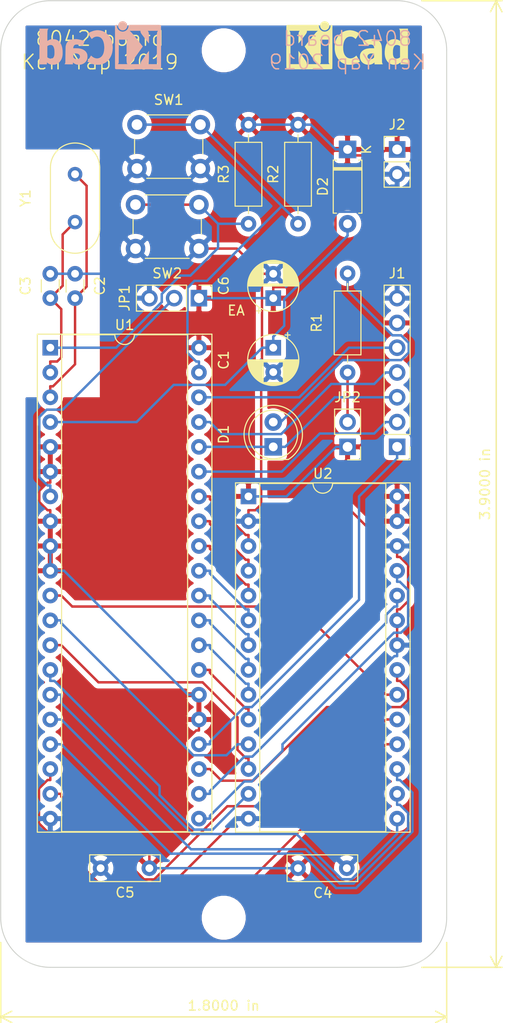
<source format=kicad_pcb>
(kicad_pcb (version 20171130) (host pcbnew 5.1.4-5.1.4)
  (title_block (title "8042 board") (date 2019-08-19))
  (layers (0 F.Cu signal) (31 B.Cu signal) (34 B.Paste user hide) (35 F.Paste user hide) (36 B.SilkS user) (37 F.SilkS user) (38 B.Mask user) (39 F.Mask user) (44 Edge.Cuts user))
  (net 0 "")
  (net 1 GND)
  (net 2 "Net-(C1-Pad1)")
  (net 3 "Net-(C2-Pad1)")
  (net 4 "Net-(C3-Pad1)")
  (net 5 +5V)
  (net 6 "Net-(D1-Pad2)")
  (net 7 "Net-(D1-Pad1)")
  (net 8 "Net-(J1-Pad2)")
  (net 9 "Net-(J1-Pad1)")
  (net 10 "Net-(JP1-Pad2)")
  (net 11 "Net-(R2-Pad2)")
  (net 12 "Net-(R3-Pad2)")
  (net 13 /D7)
  (net 14 /D6)
  (net 15 /D5)
  (net 16 /D4)
  (net 17 /D3)
  (net 18 /A7)
  (net 19 /D2)
  (net 20 /A6)
  (net 21 /D1)
  (net 22 /A5)
  (net 23 /D0)
  (net 24 /A4)
  (net 25 "Net-(U1-Pad11)")
  (net 26 /A3)
  (net 27 /A2)
  (net 28 /A1)
  (net 29 /A0)
  (net 30 /A10)
  (net 31 /A9)
  (net 32 /A8)
  (net 33 "Net-(J1-Pad5)")
  (net 34 "Net-(J1-Pad4)")
  (net 35 "Net-(JP2-Pad2)")
  (module Symbol:KiCad-Logo_5mm_SilkScreen (layer B.Cu) (at 147.32 22.86 180)
    (fp_text reference REF** hide)
    (fp_text value KiCad-Logo_5mm_SilkScreen hide)
  )
  (module Package_DIP:DIP-28_W15.24mm_Socket (layer F.Cu) (at 162.56 68.58)
    (fp_text reference U2 (at 7.62 -2.33) (layer F.SilkS))
    (fp_text value 27128)
    (pad 28 thru_hole oval (at 15.24 0) (size 1.6 1.6) (drill 0.8) (layers *.Cu *.Mask) (net 5 +5V))
    (pad 14 thru_hole oval (at 0 33.02) (size 1.6 1.6) (drill 0.8) (layers *.Cu *.Mask) (net 1 GND))
    (pad 27 thru_hole oval (at 15.24 2.54) (size 1.6 1.6) (drill 0.8) (layers *.Cu *.Mask) (net 5 +5V))
    (pad 13 thru_hole oval (at 0 30.48) (size 1.6 1.6) (drill 0.8) (layers *.Cu *.Mask) (net 19 /D2))
    (pad 26 thru_hole oval (at 15.24 5.08) (size 1.6 1.6) (drill 0.8) (layers *.Cu *.Mask) (net 1 GND))
    (pad 12 thru_hole oval (at 0 27.94) (size 1.6 1.6) (drill 0.8) (layers *.Cu *.Mask) (net 21 /D1))
    (pad 25 thru_hole oval (at 15.24 7.62) (size 1.6 1.6) (drill 0.8) (layers *.Cu *.Mask) (net 32 /A8))
    (pad 11 thru_hole oval (at 0 25.4) (size 1.6 1.6) (drill 0.8) (layers *.Cu *.Mask) (net 23 /D0))
    (pad 24 thru_hole oval (at 15.24 10.16) (size 1.6 1.6) (drill 0.8) (layers *.Cu *.Mask) (net 31 /A9))
    (pad 10 thru_hole oval (at 0 22.86) (size 1.6 1.6) (drill 0.8) (layers *.Cu *.Mask) (net 29 /A0))
    (pad 23 thru_hole oval (at 15.24 12.7) (size 1.6 1.6) (drill 0.8) (layers *.Cu *.Mask) (net 1 GND))
    (pad 9 thru_hole oval (at 0 20.32) (size 1.6 1.6) (drill 0.8) (layers *.Cu *.Mask) (net 28 /A1))
    (pad 22 thru_hole oval (at 15.24 15.24) (size 1.6 1.6) (drill 0.8) (layers *.Cu *.Mask) (net 1 GND))
    (pad 8 thru_hole oval (at 0 17.78) (size 1.6 1.6) (drill 0.8) (layers *.Cu *.Mask) (net 27 /A2))
    (pad 21 thru_hole oval (at 15.24 17.78) (size 1.6 1.6) (drill 0.8) (layers *.Cu *.Mask) (net 30 /A10))
    (pad 7 thru_hole oval (at 0 15.24) (size 1.6 1.6) (drill 0.8) (layers *.Cu *.Mask) (net 26 /A3))
    (pad 20 thru_hole oval (at 15.24 20.32) (size 1.6 1.6) (drill 0.8) (layers *.Cu *.Mask) (net 25 "Net-(U1-Pad11)"))
    (pad 6 thru_hole oval (at 0 12.7) (size 1.6 1.6) (drill 0.8) (layers *.Cu *.Mask) (net 24 /A4))
    (pad 19 thru_hole oval (at 15.24 22.86) (size 1.6 1.6) (drill 0.8) (layers *.Cu *.Mask) (net 13 /D7))
    (pad 5 thru_hole oval (at 0 10.16) (size 1.6 1.6) (drill 0.8) (layers *.Cu *.Mask) (net 22 /A5))
    (pad 18 thru_hole oval (at 15.24 25.4) (size 1.6 1.6) (drill 0.8) (layers *.Cu *.Mask) (net 14 /D6))
    (pad 4 thru_hole oval (at 0 7.62) (size 1.6 1.6) (drill 0.8) (layers *.Cu *.Mask) (net 20 /A6))
    (pad 17 thru_hole oval (at 15.24 27.94) (size 1.6 1.6) (drill 0.8) (layers *.Cu *.Mask) (net 15 /D5))
    (pad 3 thru_hole oval (at 0 5.08) (size 1.6 1.6) (drill 0.8) (layers *.Cu *.Mask) (net 18 /A7))
    (pad 16 thru_hole oval (at 15.24 30.48) (size 1.6 1.6) (drill 0.8) (layers *.Cu *.Mask) (net 16 /D4))
    (pad 2 thru_hole oval (at 0 2.54) (size 1.6 1.6) (drill 0.8) (layers *.Cu *.Mask) (net 1 GND))
    (pad 15 thru_hole oval (at 15.24 33.02) (size 1.6 1.6) (drill 0.8) (layers *.Cu *.Mask) (net 17 /D3))
    (pad 1 thru_hole rect (at 0 0) (size 1.6 1.6) (drill 0.8) (layers *.Cu *.Mask) (net 5 +5V))
  )
  (module Package_DIP:DIP-40_W15.24mm_Socket (layer F.Cu) (at 142.24 53.34)
    (fp_text reference U1 (at 7.62 -2.33) (layer F.SilkS))
    (fp_text value 8042)
    (pad 40 thru_hole oval (at 15.24 0) (size 1.6 1.6) (drill 0.8) (layers *.Cu *.Mask) (net 5 +5V))
    (pad 20 thru_hole oval (at 0 48.26) (size 1.6 1.6) (drill 0.8) (layers *.Cu *.Mask) (net 1 GND))
    (pad 39 thru_hole oval (at 15.24 2.54) (size 1.6 1.6) (drill 0.8) (layers *.Cu *.Mask) (net 11 "Net-(R2-Pad2)"))
    (pad 19 thru_hole oval (at 0 45.72) (size 1.6 1.6) (drill 0.8) (layers *.Cu *.Mask) (net 13 /D7))
    (pad 38 thru_hole oval (at 15.24 5.08) (size 1.6 1.6) (drill 0.8) (layers *.Cu *.Mask) (net 33 "Net-(J1-Pad5)"))
    (pad 18 thru_hole oval (at 0 43.18) (size 1.6 1.6) (drill 0.8) (layers *.Cu *.Mask) (net 14 /D6))
    (pad 37 thru_hole oval (at 15.24 7.62) (size 1.6 1.6) (drill 0.8) (layers *.Cu *.Mask) (net 34 "Net-(J1-Pad4)"))
    (pad 17 thru_hole oval (at 0 40.64) (size 1.6 1.6) (drill 0.8) (layers *.Cu *.Mask) (net 15 /D5))
    (pad 36 thru_hole oval (at 15.24 10.16) (size 1.6 1.6) (drill 0.8) (layers *.Cu *.Mask) (net 7 "Net-(D1-Pad1)"))
    (pad 16 thru_hole oval (at 0 38.1) (size 1.6 1.6) (drill 0.8) (layers *.Cu *.Mask) (net 16 /D4))
    (pad 35 thru_hole oval (at 15.24 12.7) (size 1.6 1.6) (drill 0.8) (layers *.Cu *.Mask) (net 8 "Net-(J1-Pad2)"))
    (pad 15 thru_hole oval (at 0 35.56) (size 1.6 1.6) (drill 0.8) (layers *.Cu *.Mask) (net 17 /D3))
    (pad 34 thru_hole oval (at 15.24 15.24) (size 1.6 1.6) (drill 0.8) (layers *.Cu *.Mask) (net 18 /A7))
    (pad 14 thru_hole oval (at 0 33.02) (size 1.6 1.6) (drill 0.8) (layers *.Cu *.Mask) (net 19 /D2))
    (pad 33 thru_hole oval (at 15.24 17.78) (size 1.6 1.6) (drill 0.8) (layers *.Cu *.Mask) (net 20 /A6))
    (pad 13 thru_hole oval (at 0 30.48) (size 1.6 1.6) (drill 0.8) (layers *.Cu *.Mask) (net 21 /D1))
    (pad 32 thru_hole oval (at 15.24 20.32) (size 1.6 1.6) (drill 0.8) (layers *.Cu *.Mask) (net 22 /A5))
    (pad 12 thru_hole oval (at 0 27.94) (size 1.6 1.6) (drill 0.8) (layers *.Cu *.Mask) (net 23 /D0))
    (pad 31 thru_hole oval (at 15.24 22.86) (size 1.6 1.6) (drill 0.8) (layers *.Cu *.Mask) (net 24 /A4))
    (pad 11 thru_hole oval (at 0 25.4) (size 1.6 1.6) (drill 0.8) (layers *.Cu *.Mask) (net 25 "Net-(U1-Pad11)"))
    (pad 30 thru_hole oval (at 15.24 25.4) (size 1.6 1.6) (drill 0.8) (layers *.Cu *.Mask) (net 26 /A3))
    (pad 10 thru_hole oval (at 0 22.86) (size 1.6 1.6) (drill 0.8) (layers *.Cu *.Mask) (net 5 +5V))
    (pad 29 thru_hole oval (at 15.24 27.94) (size 1.6 1.6) (drill 0.8) (layers *.Cu *.Mask) (net 27 /A2))
    (pad 9 thru_hole oval (at 0 20.32) (size 1.6 1.6) (drill 0.8) (layers *.Cu *.Mask) (net 5 +5V))
    (pad 28 thru_hole oval (at 15.24 30.48) (size 1.6 1.6) (drill 0.8) (layers *.Cu *.Mask) (net 28 /A1))
    (pad 8 thru_hole oval (at 0 17.78) (size 1.6 1.6) (drill 0.8) (layers *.Cu *.Mask) (net 5 +5V))
    (pad 27 thru_hole oval (at 15.24 33.02) (size 1.6 1.6) (drill 0.8) (layers *.Cu *.Mask) (net 29 /A0))
    (pad 7 thru_hole oval (at 0 15.24) (size 1.6 1.6) (drill 0.8) (layers *.Cu *.Mask) (net 10 "Net-(JP1-Pad2)"))
    (pad 26 thru_hole oval (at 15.24 35.56) (size 1.6 1.6) (drill 0.8) (layers *.Cu *.Mask) (net 5 +5V))
    (pad 6 thru_hole oval (at 0 12.7) (size 1.6 1.6) (drill 0.8) (layers *.Cu *.Mask) (net 5 +5V))
    (pad 25 thru_hole oval (at 15.24 38.1) (size 1.6 1.6) (drill 0.8) (layers *.Cu *.Mask) (net 5 +5V))
    (pad 5 thru_hole oval (at 0 10.16) (size 1.6 1.6) (drill 0.8) (layers *.Cu *.Mask) (net 5 +5V))
    (pad 24 thru_hole oval (at 15.24 40.64) (size 1.6 1.6) (drill 0.8) (layers *.Cu *.Mask) (net 9 "Net-(J1-Pad1)"))
    (pad 4 thru_hole oval (at 0 7.62) (size 1.6 1.6) (drill 0.8) (layers *.Cu *.Mask) (net 2 "Net-(C1-Pad1)"))
    (pad 23 thru_hole oval (at 15.24 43.18) (size 1.6 1.6) (drill 0.8) (layers *.Cu *.Mask) (net 30 /A10))
    (pad 3 thru_hole oval (at 0 5.08) (size 1.6 1.6) (drill 0.8) (layers *.Cu *.Mask) (net 3 "Net-(C2-Pad1)"))
    (pad 22 thru_hole oval (at 15.24 45.72) (size 1.6 1.6) (drill 0.8) (layers *.Cu *.Mask) (net 31 /A9))
    (pad 2 thru_hole oval (at 0 2.54) (size 1.6 1.6) (drill 0.8) (layers *.Cu *.Mask) (net 4 "Net-(C3-Pad1)"))
    (pad 21 thru_hole oval (at 15.24 48.26) (size 1.6 1.6) (drill 0.8) (layers *.Cu *.Mask) (net 32 /A8))
    (pad 1 thru_hole rect (at 0 0) (size 1.6 1.6) (drill 0.8) (layers *.Cu *.Mask) (net 12 "Net-(R3-Pad2)"))
  )
  (module Connector_PinHeader_2.54mm:PinHeader_1x02_P2.54mm_Vertical (layer F.Cu) (at 172.72 63.5 180)
    (fp_text reference JP2 (at 0 5.08) (layer F.SilkS))
    (fp_text value LED)
    (pad 2 thru_hole oval (at 0 2.54 180) (size 1.7 1.7) (drill 1) (layers *.Cu *.Mask) (net 35 "Net-(JP2-Pad2)"))
    (pad 1 thru_hole rect (at 0 0 180) (size 1.7 1.7) (drill 1) (layers *.Cu *.Mask) (net 5 +5V))
  )
  (module Symbol:KiCad-Logo_5mm_SilkScreen (layer F.Cu) (at 172.72 22.86)
    (fp_text reference REF** hide)
    (fp_text value KiCad-Logo_5mm_SilkScreen hide)
  )
  (module Crystal:Crystal_HC18-U_Vertical (layer F.Cu) (at 144.78 35.56 270)
    (fp_text reference Y1 (at 2.45 5.08 90) (layer F.SilkS))
    (fp_text value 6/12MHz)
    (pad 2 thru_hole circle (at 4.9 0 270) (size 1.5 1.5) (drill 0.8) (layers *.Cu *.Mask) (net 4 "Net-(C3-Pad1)"))
    (pad 1 thru_hole circle (at 0 0 270) (size 1.5 1.5) (drill 0.8) (layers *.Cu *.Mask) (net 3 "Net-(C2-Pad1)"))
  )
  (module MountingHole:MountingHole_3.5mm (layer F.Cu) (at 160.02 111.76)
    (fp_text reference H2 hide)
    (fp_text value MountingHole)
    (pad 1 np_thru_hole circle (at 0 0) (size 3.5 3.5) (drill 3.5) (layers *.Cu *.Mask))
  )
  (module MountingHole:MountingHole_3.5mm (layer F.Cu) (at 160.02 22.86)
    (fp_text reference H1 hide)
    (fp_text value MountingHole)
    (pad 1 np_thru_hole circle (at 0 0) (size 3.5 3.5) (drill 3.5) (layers *.Cu *.Mask))
  )
  (module Connector_PinHeader_2.54mm:PinHeader_1x02_P2.54mm_Vertical (layer F.Cu) (at 177.8 33.02)
    (fp_text reference J2 (at 0 -2.54) (layer F.SilkS))
    (fp_text value Power)
    (pad 2 thru_hole oval (at 0 2.54) (size 1.7 1.7) (drill 1) (layers *.Cu *.Mask) (net 1 GND))
    (pad 1 thru_hole rect (at 0 0) (size 1.7 1.7) (drill 1) (layers *.Cu *.Mask) (net 5 +5V))
  )
  (module Connector_PinHeader_2.54mm:PinHeader_1x07_P2.54mm_Vertical (layer F.Cu) (at 177.8 63.5 180)
    (fp_text reference J1 (at 0 17.78) (layer F.SilkS))
    (fp_text value "To TM1637 display")
    (pad 7 thru_hole oval (at 0 15.24 180) (size 1.7 1.7) (drill 1) (layers *.Cu *.Mask) (net 1 GND))
    (pad 6 thru_hole oval (at 0 12.7 180) (size 1.7 1.7) (drill 1) (layers *.Cu *.Mask) (net 5 +5V))
    (pad 5 thru_hole oval (at 0 10.16 180) (size 1.7 1.7) (drill 1) (layers *.Cu *.Mask) (net 33 "Net-(J1-Pad5)"))
    (pad 4 thru_hole oval (at 0 7.62 180) (size 1.7 1.7) (drill 1) (layers *.Cu *.Mask) (net 34 "Net-(J1-Pad4)"))
    (pad 3 thru_hole oval (at 0 5.08 180) (size 1.7 1.7) (drill 1) (layers *.Cu *.Mask) (net 7 "Net-(D1-Pad1)"))
    (pad 2 thru_hole oval (at 0 2.54 180) (size 1.7 1.7) (drill 1) (layers *.Cu *.Mask) (net 8 "Net-(J1-Pad2)"))
    (pad 1 thru_hole rect (at 0 0 180) (size 1.7 1.7) (drill 1) (layers *.Cu *.Mask) (net 9 "Net-(J1-Pad1)"))
  )
  (module Capacitor_THT:CP_Radial_D5.0mm_P2.50mm (layer F.Cu) (at 165.1 48.26 90)
    (fp_text reference C6 (at 1.27 -5.08 90) (layer F.SilkS))
    (fp_text value 10uF)
    (pad 2 thru_hole circle (at 2.5 0 90) (size 1.6 1.6) (drill 0.8) (layers *.Cu *.Mask) (net 1 GND))
    (pad 1 thru_hole rect (at 0 0 90) (size 1.6 1.6) (drill 0.8) (layers *.Cu *.Mask) (net 5 +5V))
  )
  (module Button_Switch_THT:SW_PUSH_6mm_H4.3mm (layer F.Cu) (at 157.48 43.18 180)
    (fp_text reference SW2 (at 3.25 -2.54) (layer F.SilkS))
    (fp_text value Min)
    (pad 1 thru_hole circle (at 6.5 0 270) (size 2 2) (drill 1.1) (layers *.Cu *.Mask) (net 1 GND))
    (pad 2 thru_hole circle (at 6.5 4.5 270) (size 2 2) (drill 1.1) (layers *.Cu *.Mask) (net 12 "Net-(R3-Pad2)"))
    (pad 1 thru_hole circle (at 0 0 270) (size 2 2) (drill 1.1) (layers *.Cu *.Mask) (net 1 GND))
    (pad 2 thru_hole circle (at 0 4.5 270) (size 2 2) (drill 1.1) (layers *.Cu *.Mask) (net 12 "Net-(R3-Pad2)"))
  )
  (module Button_Switch_THT:SW_PUSH_6mm_H4.3mm (layer F.Cu) (at 151.13 30.48)
    (fp_text reference SW1 (at 3.25 -2.54) (layer F.SilkS))
    (fp_text value Hour)
    (pad 1 thru_hole circle (at 6.5 0 90) (size 2 2) (drill 1.1) (layers *.Cu *.Mask) (net 11 "Net-(R2-Pad2)"))
    (pad 2 thru_hole circle (at 6.5 4.5 90) (size 2 2) (drill 1.1) (layers *.Cu *.Mask) (net 1 GND))
    (pad 1 thru_hole circle (at 0 0 90) (size 2 2) (drill 1.1) (layers *.Cu *.Mask) (net 11 "Net-(R2-Pad2)"))
    (pad 2 thru_hole circle (at 0 4.5 90) (size 2 2) (drill 1.1) (layers *.Cu *.Mask) (net 1 GND))
  )
  (module Resistor_THT:R_Axial_DIN0207_L6.3mm_D2.5mm_P10.16mm_Horizontal (layer F.Cu) (at 162.56 30.48 270)
    (fp_text reference R3 (at 5.08 2.54 90) (layer F.SilkS))
    (fp_text value 22k)
    (pad 2 thru_hole oval (at 10.16 0 270) (size 1.6 1.6) (drill 0.8) (layers *.Cu *.Mask) (net 12 "Net-(R3-Pad2)"))
    (pad 1 thru_hole circle (at 0 0 270) (size 1.6 1.6) (drill 0.8) (layers *.Cu *.Mask) (net 5 +5V))
  )
  (module Resistor_THT:R_Axial_DIN0207_L6.3mm_D2.5mm_P10.16mm_Horizontal (layer F.Cu) (at 167.64 30.48 270)
    (fp_text reference R2 (at 5.08 2.54 90) (layer F.SilkS))
    (fp_text value 22k)
    (pad 2 thru_hole oval (at 10.16 0 270) (size 1.6 1.6) (drill 0.8) (layers *.Cu *.Mask) (net 11 "Net-(R2-Pad2)"))
    (pad 1 thru_hole circle (at 0 0 270) (size 1.6 1.6) (drill 0.8) (layers *.Cu *.Mask) (net 5 +5V))
  )
  (module Resistor_THT:R_Axial_DIN0207_L6.3mm_D2.5mm_P10.16mm_Horizontal (layer F.Cu) (at 172.72 55.88 90)
    (fp_text reference R1 (at 5.08 -3.175 90) (layer F.SilkS))
    (fp_text value 1k)
    (pad 2 thru_hole oval (at 10.16 0 90) (size 1.6 1.6) (drill 0.8) (layers *.Cu *.Mask) (net 6 "Net-(D1-Pad2)"))
    (pad 1 thru_hole circle (at 0 0 90) (size 1.6 1.6) (drill 0.8) (layers *.Cu *.Mask) (net 35 "Net-(JP2-Pad2)"))
  )
  (module Connector_PinHeader_2.54mm:PinHeader_1x03_P2.54mm_Vertical (layer F.Cu) (at 157.48 48.26 270)
    (fp_text reference JP1 (at 0 7.62 90) (layer F.SilkS))
    (fp_text value ROM)
    (pad 3 thru_hole oval (at 0 5.08 270) (size 1.7 1.7) (drill 1) (layers *.Cu *.Mask) (net 1 GND))
    (pad 2 thru_hole oval (at 0 2.54 270) (size 1.7 1.7) (drill 1) (layers *.Cu *.Mask) (net 10 "Net-(JP1-Pad2)"))
    (pad 1 thru_hole rect (at 0 0 270) (size 1.7 1.7) (drill 1) (layers *.Cu *.Mask) (net 5 +5V))
  )
  (module Diode_THT:D_A-405_P7.62mm_Horizontal (layer F.Cu) (at 172.72 33.02 270)
    (fp_text reference D2 (at 3.81 2.54 90) (layer F.SilkS))
    (fp_text value 1N4148)
    (fp_text user K (at 0 -1.9 90) (layer F.SilkS))
    (pad 2 thru_hole oval (at 7.62 0 270) (size 1.8 1.8) (drill 0.9) (layers *.Cu *.Mask) (net 2 "Net-(C1-Pad1)"))
    (pad 1 thru_hole rect (at 0 0 270) (size 1.8 1.8) (drill 0.9) (layers *.Cu *.Mask) (net 5 +5V))
  )
  (module LED_THT:LED_D5.0mm (layer F.Cu) (at 165.1 63.5 90)
    (fp_text reference D1 (at 1.27 -5.08 90) (layer F.SilkS))
    (fp_text value Blink)
    (pad 2 thru_hole circle (at 2.54 0 90) (size 1.8 1.8) (drill 0.9) (layers *.Cu *.Mask) (net 6 "Net-(D1-Pad2)"))
    (pad 1 thru_hole rect (at 0 0 90) (size 1.8 1.8) (drill 0.9) (layers *.Cu *.Mask) (net 7 "Net-(D1-Pad1)"))
  )
  (module Capacitor_THT:C_Rect_L7.0mm_W2.5mm_P5.00mm (layer F.Cu) (at 152.4 106.68 180)
    (fp_text reference C5 (at 2.5 -2.5) (layer F.SilkS))
    (fp_text value 0.1uF)
    (pad 2 thru_hole circle (at 5 0 180) (size 1.6 1.6) (drill 0.8) (layers *.Cu *.Mask) (net 1 GND))
    (pad 1 thru_hole circle (at 0 0 180) (size 1.6 1.6) (drill 0.8) (layers *.Cu *.Mask) (net 5 +5V))
  )
  (module Capacitor_THT:C_Rect_L7.0mm_W2.5mm_P5.00mm (layer F.Cu) (at 167.64 106.68)
    (fp_text reference C4 (at 2.54 2.54) (layer F.SilkS))
    (fp_text value 0.1uF)
    (pad 2 thru_hole circle (at 5 0) (size 1.6 1.6) (drill 0.8) (layers *.Cu *.Mask) (net 1 GND))
    (pad 1 thru_hole circle (at 0 0) (size 1.6 1.6) (drill 0.8) (layers *.Cu *.Mask) (net 5 +5V))
  )
  (module Capacitor_THT:C_Disc_D3.0mm_W1.6mm_P2.50mm (layer F.Cu) (at 142.24 48.26 90)
    (fp_text reference C3 (at 1.25 -2.54 90) (layer F.SilkS))
    (fp_text value 22pF)
    (pad 2 thru_hole circle (at 2.5 0 90) (size 1.6 1.6) (drill 0.8) (layers *.Cu *.Mask) (net 1 GND))
    (pad 1 thru_hole circle (at 0 0 90) (size 1.6 1.6) (drill 0.8) (layers *.Cu *.Mask) (net 4 "Net-(C3-Pad1)"))
  )
  (module Capacitor_THT:C_Disc_D3.0mm_W1.6mm_P2.50mm (layer F.Cu) (at 144.78 48.26 90)
    (fp_text reference C2 (at 1.25 2.54 90) (layer F.SilkS))
    (fp_text value 22pF)
    (pad 2 thru_hole circle (at 2.5 0 90) (size 1.6 1.6) (drill 0.8) (layers *.Cu *.Mask) (net 1 GND))
    (pad 1 thru_hole circle (at 0 0 90) (size 1.6 1.6) (drill 0.8) (layers *.Cu *.Mask) (net 3 "Net-(C2-Pad1)"))
  )
  (module Capacitor_THT:CP_Radial_D5.0mm_P2.50mm (layer F.Cu) (at 165.1 53.34 270)
    (fp_text reference C1 (at 1.27 5.08 90) (layer F.SilkS))
    (fp_text value 1uF)
    (pad 2 thru_hole circle (at 2.5 0 270) (size 1.6 1.6) (drill 0.8) (layers *.Cu *.Mask) (net 1 GND))
    (pad 1 thru_hole rect (at 0 0 270) (size 1.6 1.6) (drill 0.8) (layers *.Cu *.Mask) (net 2 "Net-(C1-Pad1)"))
  )
  (gr_text "8042 board\nKen Yap 2019" (at 172.72 22.86) (layer B.SilkS) (effects (font (size 1.5 1.5)) (justify mirror)))
  (gr_text EA (at 161.29 49.53) (layer F.SilkS) (effects (font (size 1 1))))
  (dimension 45.72 (width 0.15) (layer F.SilkS) (gr_text "45.720 mm" (at 160.02 123.22) (layer F.SilkS) (effects (font (size 1 1) (thickness 0.15)))) (feature1 (pts (xy 182.88 114.3) (xy 182.88 122.506421))) (feature2 (pts (xy 137.16 114.3) (xy 137.16 122.506421))) (crossbar (pts (xy 137.16 121.92) (xy 182.88 121.92))) (arrow1a (pts (xy 182.88 121.92) (xy 181.753496 122.506421))) (arrow1b (pts (xy 182.88 121.92) (xy 181.753496 121.333579))) (arrow2a (pts (xy 137.16 121.92) (xy 138.286504 122.506421))) (arrow2b (pts (xy 137.16 121.92) (xy 138.286504 121.333579))))
  (dimension 99.06 (width 0.15) (layer F.SilkS) (gr_text "99.060 mm" (at 189.26 67.31 270) (layer F.SilkS) (effects (font (size 1 1) (thickness 0.15)))) (feature1 (pts (xy 180.34 116.84) (xy 188.546421 116.84))) (feature2 (pts (xy 180.34 17.78) (xy 188.546421 17.78))) (crossbar (pts (xy 187.96 17.78) (xy 187.96 116.84))) (arrow1a (pts (xy 187.96 116.84) (xy 187.373579 115.713496))) (arrow1b (pts (xy 187.96 116.84) (xy 188.546421 115.713496))) (arrow2a (pts (xy 187.96 17.78) (xy 187.373579 18.906504))) (arrow2b (pts (xy 187.96 17.78) (xy 188.546421 18.906504))))
  (gr_text "8042 board\nKen Yap 2019" (at 147.32 22.86) (layer F.SilkS) (effects (font (size 1.5 1.5))))
  (gr_line (start 177.8 17.78) (end 142.24 17.78) (layer Edge.Cuts) (width 0.1))
  (gr_line (start 182.88 111.76) (end 182.88 22.86) (layer Edge.Cuts) (width 0.1))
  (gr_line (start 142.24 116.84) (end 177.8 116.84) (layer Edge.Cuts) (width 0.1))
  (gr_line (start 137.16 22.86) (end 137.16 111.76) (layer Edge.Cuts) (width 0.1))
  (gr_arc (start 142.24 111.76) (end 137.16 111.76) (angle -90) (layer Edge.Cuts) (width 0.1))
  (gr_arc (start 177.8 111.76) (end 177.8 116.84) (angle -90) (layer Edge.Cuts) (width 0.1))
  (gr_arc (start 142.24 22.86) (end 142.24 17.78) (angle -90) (layer Edge.Cuts) (width 0.1))
  (gr_arc (start 177.8 22.86) (end 182.88 22.86) (angle -90) (layer Edge.Cuts) (width 0.1))
  (segment (start 161.4347 101.6) (end 154.7539 108.2808) (width 0.25) (layer F.Cu) (net 1))
  (segment (start 154.7539 108.2808) (end 149.0008 108.2808) (width 0.25) (layer F.Cu) (net 1))
  (segment (start 149.0008 108.2808) (end 147.4 106.68) (width 0.25) (layer F.Cu) (net 1))
  (segment (start 148.7247 45.76) (end 151.2247 48.26) (width 0.25) (layer B.Cu) (net 1))
  (segment (start 144.78 45.76) (end 148.7247 45.76) (width 0.25) (layer B.Cu) (net 1))
  (segment (start 148.7247 45.76) (end 148.7247 45.4353) (width 0.25) (layer B.Cu) (net 1))
  (segment (start 148.7247 45.4353) (end 150.98 43.18) (width 0.25) (layer B.Cu) (net 1))
  (segment (start 152.4 48.26) (end 151.2247 48.26) (width 0.25) (layer B.Cu) (net 1))
  (segment (start 142.24 45.76) (end 144.78 45.76) (width 0.25) (layer B.Cu) (net 1))
  (segment (start 177.8 83.82) (end 177.8 84.9453) (width 0.25) (layer B.Cu) (net 1))
  (segment (start 167.56 101.6) (end 162.56 101.6) (width 0.25) (layer B.Cu) (net 1))
  (segment (start 172.64 106.68) (end 167.56 101.6) (width 0.25) (layer B.Cu) (net 1))
  (segment (start 177.8 84.9453) (end 177.5187 84.9453) (width 0.25) (layer B.Cu) (net 1))
  (segment (start 177.5187 84.9453) (end 167.56 94.904) (width 0.25) (layer B.Cu) (net 1))
  (segment (start 167.56 94.904) (end 167.56 101.6) (width 0.25) (layer B.Cu) (net 1))
  (segment (start 163.945 45.76) (end 165.1 45.76) (width 0.25) (layer F.Cu) (net 1))
  (segment (start 157.48 43.18) (end 161.365 43.18) (width 0.25) (layer F.Cu) (net 1))
  (segment (start 161.365 43.18) (end 163.945 45.76) (width 0.25) (layer F.Cu) (net 1))
  (segment (start 163.945 45.76) (end 163.945 54.685) (width 0.25) (layer F.Cu) (net 1))
  (segment (start 163.945 54.685) (end 165.1 55.84) (width 0.25) (layer F.Cu) (net 1))
  (segment (start 163.8621 69.396) (end 163.8621 57.0779) (width 0.25) (layer F.Cu) (net 1))
  (segment (start 163.8621 57.0779) (end 165.1 55.84) (width 0.25) (layer F.Cu) (net 1))
  (segment (start 162.56 69.9947) (end 163.2634 69.9947) (width 0.25) (layer F.Cu) (net 1))
  (segment (start 163.2634 69.9947) (end 163.8621 69.396) (width 0.25) (layer F.Cu) (net 1))
  (segment (start 163.8621 69.396) (end 172.4107 69.396) (width 0.25) (layer F.Cu) (net 1))
  (segment (start 172.4107 69.396) (end 176.6747 73.66) (width 0.25) (layer F.Cu) (net 1))
  (segment (start 177.8 73.66) (end 176.6747 73.66) (width 0.25) (layer F.Cu) (net 1))
  (segment (start 177.8 81.28) (end 177.8 80.1547) (width 0.25) (layer F.Cu) (net 1))
  (segment (start 177.8 80.1547) (end 178.0814 80.1547) (width 0.25) (layer F.Cu) (net 1))
  (segment (start 178.0814 80.1547) (end 178.9253 79.3108) (width 0.25) (layer F.Cu) (net 1))
  (segment (start 178.9253 79.3108) (end 178.9253 75.6292) (width 0.25) (layer F.Cu) (net 1))
  (segment (start 178.9253 75.6292) (end 178.0814 74.7853) (width 0.25) (layer F.Cu) (net 1))
  (segment (start 178.0814 74.7853) (end 177.8 74.7853) (width 0.25) (layer F.Cu) (net 1))
  (segment (start 177.8 83.82) (end 177.8 81.28) (width 0.25) (layer F.Cu) (net 1))
  (segment (start 177.8 73.66) (end 177.8 74.7853) (width 0.25) (layer F.Cu) (net 1))
  (segment (start 162.56 71.12) (end 162.56 69.9947) (width 0.25) (layer F.Cu) (net 1))
  (segment (start 162.56 101.6) (end 161.4347 101.6) (width 0.25) (layer F.Cu) (net 1))
  (segment (start 177.8 35.56) (end 177.8 36.7353) (width 0.25) (layer B.Cu) (net 1))
  (segment (start 174.5101 39.4051) (end 174.5101 43.7948) (width 0.25) (layer B.Cu) (net 1))
  (segment (start 174.5101 43.7948) (end 177.8 47.0847) (width 0.25) (layer B.Cu) (net 1))
  (segment (start 177.8 36.7353) (end 177.1799 36.7353) (width 0.25) (layer B.Cu) (net 1))
  (segment (start 177.1799 36.7353) (end 174.5101 39.4051) (width 0.25) (layer B.Cu) (net 1))
  (segment (start 165.1 45.76) (end 171.4549 39.4051) (width 0.25) (layer B.Cu) (net 1))
  (segment (start 171.4549 39.4051) (end 174.5101 39.4051) (width 0.25) (layer B.Cu) (net 1))
  (segment (start 177.8 48.26) (end 177.8 47.0847) (width 0.25) (layer B.Cu) (net 1))
  (segment (start 152.3363 36.1863) (end 151.13 34.98) (width 0.25) (layer B.Cu) (net 1))
  (segment (start 152.3363 41.8237) (end 152.3363 36.1863) (width 0.25) (layer B.Cu) (net 1))
  (segment (start 152.3363 36.1863) (end 156.4237 36.1863) (width 0.25) (layer B.Cu) (net 1))
  (segment (start 156.4237 36.1863) (end 157.63 34.98) (width 0.25) (layer B.Cu) (net 1))
  (segment (start 152.3363 41.8237) (end 156.1237 41.8237) (width 0.25) (layer B.Cu) (net 1))
  (segment (start 156.1237 41.8237) (end 157.48 43.18) (width 0.25) (layer B.Cu) (net 1))
  (segment (start 150.98 43.18) (end 152.3363 41.8237) (width 0.25) (layer B.Cu) (net 1))
  (segment (start 142.24 101.6) (end 143.3653 101.6) (width 0.25) (layer B.Cu) (net 1))
  (segment (start 147.4 106.68) (end 143.3653 102.6453) (width 0.25) (layer B.Cu) (net 1))
  (segment (start 143.3653 102.6453) (end 143.3653 101.6) (width 0.25) (layer B.Cu) (net 1))
  (segment (start 165.1 53.34) (end 163.9747 53.34) (width 0.25) (layer B.Cu) (net 2))
  (segment (start 163.9747 53.34) (end 160.1647 57.15) (width 0.25) (layer B.Cu) (net 2))
  (segment (start 160.1647 57.15) (end 154.8948 57.15) (width 0.25) (layer B.Cu) (net 2))
  (segment (start 154.8948 57.15) (end 151.0848 60.96) (width 0.25) (layer B.Cu) (net 2))
  (segment (start 151.0848 60.96) (end 142.24 60.96) (width 0.25) (layer B.Cu) (net 2))
  (segment (start 165.1 53.34) (end 165.1 52.2147) (width 0.25) (layer B.Cu) (net 2))
  (segment (start 172.72 40.64) (end 172.72 41.8653) (width 0.25) (layer B.Cu) (net 2))
  (segment (start 172.72 41.8653) (end 166.2253 48.36) (width 0.25) (layer B.Cu) (net 2))
  (segment (start 166.2253 48.36) (end 166.2253 51.0894) (width 0.25) (layer B.Cu) (net 2))
  (segment (start 166.2253 51.0894) (end 165.1 52.2147) (width 0.25) (layer B.Cu) (net 2))
  (segment (start 144.78 48.26) (end 144.78 55.036) (width 0.25) (layer F.Cu) (net 3))
  (segment (start 144.78 55.036) (end 142.5213 57.2947) (width 0.25) (layer F.Cu) (net 3))
  (segment (start 142.5213 57.2947) (end 142.24 57.2947) (width 0.25) (layer F.Cu) (net 3))
  (segment (start 144.78 35.56) (end 145.9644 36.7444) (width 0.25) (layer F.Cu) (net 3))
  (segment (start 145.9644 36.7444) (end 145.9644 47.0756) (width 0.25) (layer F.Cu) (net 3))
  (segment (start 145.9644 47.0756) (end 144.78 48.26) (width 0.25) (layer F.Cu) (net 3))
  (segment (start 142.24 58.42) (end 142.24 57.2947) (width 0.25) (layer F.Cu) (net 3))
  (segment (start 142.24 48.26) (end 143.3653 49.3853) (width 0.25) (layer F.Cu) (net 4))
  (segment (start 143.3653 49.3853) (end 143.3653 54.3328) (width 0.25) (layer F.Cu) (net 4))
  (segment (start 143.3653 54.3328) (end 142.9434 54.7547) (width 0.25) (layer F.Cu) (net 4))
  (segment (start 142.9434 54.7547) (end 142.24 54.7547) (width 0.25) (layer F.Cu) (net 4))
  (segment (start 142.24 55.88) (end 142.24 54.7547) (width 0.25) (layer F.Cu) (net 4))
  (segment (start 142.24 48.26) (end 143.51 46.99) (width 0.25) (layer F.Cu) (net 4))
  (segment (start 143.51 46.99) (end 143.51 41.73) (width 0.25) (layer F.Cu) (net 4))
  (segment (start 143.51 41.73) (end 144.78 40.46) (width 0.25) (layer F.Cu) (net 4))
  (segment (start 157.48 91.44) (end 157.48 92.5653) (width 0.25) (layer F.Cu) (net 5))
  (segment (start 152.4 106.68) (end 152.4 97.364) (width 0.25) (layer F.Cu) (net 5))
  (segment (start 152.4 97.364) (end 157.1987 92.5653) (width 0.25) (layer F.Cu) (net 5))
  (segment (start 157.1987 92.5653) (end 157.48 92.5653) (width 0.25) (layer F.Cu) (net 5))
  (segment (start 157.48 53.34) (end 153.5253 53.34) (width 0.25) (layer F.Cu) (net 5))
  (segment (start 153.5253 53.34) (end 143.3653 63.5) (width 0.25) (layer F.Cu) (net 5))
  (segment (start 142.24 63.5) (end 143.3653 63.5) (width 0.25) (layer F.Cu) (net 5))
  (segment (start 157.48 53.34) (end 157.48 48.26) (width 0.25) (layer F.Cu) (net 5))
  (segment (start 142.24 71.12) (end 142.24 69.9947) (width 0.25) (layer F.Cu) (net 5))
  (segment (start 142.24 69.9947) (end 141.9586 69.9947) (width 0.25) (layer F.Cu) (net 5))
  (segment (start 141.9586 69.9947) (end 141.1147 69.1508) (width 0.25) (layer F.Cu) (net 5))
  (segment (start 141.1147 69.1508) (end 141.1147 68.0092) (width 0.25) (layer F.Cu) (net 5))
  (segment (start 141.1147 68.0092) (end 141.9586 67.1653) (width 0.25) (layer F.Cu) (net 5))
  (segment (start 141.9586 67.1653) (end 142.24 67.1653) (width 0.25) (layer F.Cu) (net 5))
  (segment (start 142.24 73.66) (end 142.24 71.12) (width 0.25) (layer F.Cu) (net 5))
  (segment (start 142.24 66.04) (end 142.24 67.1653) (width 0.25) (layer F.Cu) (net 5))
  (segment (start 142.24 76.2) (end 142.24 73.66) (width 0.25) (layer B.Cu) (net 5))
  (segment (start 156.3547 88.9) (end 143.6547 76.2) (width 0.25) (layer B.Cu) (net 5))
  (segment (start 143.6547 76.2) (end 142.24 76.2) (width 0.25) (layer B.Cu) (net 5))
  (segment (start 172.72 63.5) (end 171.5447 63.5) (width 0.25) (layer B.Cu) (net 5))
  (segment (start 171.5447 63.5) (end 166.4647 68.58) (width 0.25) (layer B.Cu) (net 5))
  (segment (start 166.4647 68.58) (end 162.56 68.58) (width 0.25) (layer B.Cu) (net 5))
  (segment (start 177.8 33.02) (end 176.6247 33.02) (width 0.25) (layer F.Cu) (net 5))
  (segment (start 172.72 33.6326) (end 176.0121 33.6326) (width 0.25) (layer F.Cu) (net 5))
  (segment (start 176.0121 33.6326) (end 176.6247 33.02) (width 0.25) (layer F.Cu) (net 5))
  (segment (start 172.72 33.6326) (end 172.72 34.2453) (width 0.25) (layer F.Cu) (net 5))
  (segment (start 172.72 33.02) (end 172.72 33.6326) (width 0.25) (layer F.Cu) (net 5))
  (segment (start 171.476 47.016) (end 175.26 50.8) (width 0.25) (layer F.Cu) (net 5))
  (segment (start 165.1 47.1347) (end 171.3573 47.1347) (width 0.25) (layer F.Cu) (net 5))
  (segment (start 171.3573 47.1347) (end 171.476 47.016) (width 0.25) (layer F.Cu) (net 5))
  (segment (start 171.476 47.016) (end 171.476 35.4893) (width 0.25) (layer F.Cu) (net 5))
  (segment (start 171.476 35.4893) (end 172.72 34.2453) (width 0.25) (layer F.Cu) (net 5))
  (segment (start 167.64 106.68) (end 152.4 106.68) (width 0.25) (layer B.Cu) (net 5))
  (segment (start 157.48 48.26) (end 165.1 48.26) (width 0.25) (layer B.Cu) (net 5))
  (segment (start 175.26 50.8) (end 175.26 62.1354) (width 0.25) (layer F.Cu) (net 5))
  (segment (start 175.26 62.1354) (end 175.2599 62.1354) (width 0.25) (layer F.Cu) (net 5))
  (segment (start 175.2599 62.1354) (end 173.8953 63.5) (width 0.25) (layer F.Cu) (net 5))
  (segment (start 175.26 50.8) (end 176.6247 50.8) (width 0.25) (layer F.Cu) (net 5))
  (segment (start 177.8 50.8) (end 176.6247 50.8) (width 0.25) (layer F.Cu) (net 5))
  (segment (start 165.1 48.26) (end 165.1 47.1347) (width 0.25) (layer F.Cu) (net 5))
  (segment (start 142.24 63.5) (end 142.24 66.04) (width 0.25) (layer F.Cu) (net 5))
  (segment (start 177.8 68.58) (end 177.8 67.4547) (width 0.25) (layer F.Cu) (net 5))
  (segment (start 172.72 63.5) (end 173.8953 63.5) (width 0.25) (layer F.Cu) (net 5))
  (segment (start 173.8953 63.5) (end 173.8953 63.55) (width 0.25) (layer F.Cu) (net 5))
  (segment (start 173.8953 63.55) (end 177.8 67.4547) (width 0.25) (layer F.Cu) (net 5))
  (segment (start 177.8 71.12) (end 177.8 68.58) (width 0.25) (layer F.Cu) (net 5))
  (segment (start 157.48 88.9) (end 156.3547 88.9) (width 0.25) (layer B.Cu) (net 5))
  (segment (start 157.48 91.44) (end 157.48 88.9) (width 0.25) (layer F.Cu) (net 5))
  (segment (start 172.72 33.02) (end 171.4947 33.02) (width 0.25) (layer B.Cu) (net 5))
  (segment (start 167.64 30.48) (end 168.9547 30.48) (width 0.25) (layer B.Cu) (net 5))
  (segment (start 168.9547 30.48) (end 171.4947 33.02) (width 0.25) (layer B.Cu) (net 5))
  (segment (start 162.56 30.48) (end 167.64 30.48) (width 0.25) (layer B.Cu) (net 5))
  (segment (start 165.1 60.96) (end 165.8688 60.96) (width 0.25) (layer B.Cu) (net 6))
  (segment (start 165.8688 60.96) (end 172.2188 54.61) (width 0.25) (layer B.Cu) (net 6))
  (segment (start 172.2188 54.61) (end 178.2148 54.61) (width 0.25) (layer B.Cu) (net 6))
  (segment (start 178.2148 54.61) (end 178.9884 53.8364) (width 0.25) (layer B.Cu) (net 6))
  (segment (start 178.9884 53.8364) (end 178.9884 52.8484) (width 0.25) (layer B.Cu) (net 6))
  (segment (start 178.9884 52.8484) (end 178.21 52.07) (width 0.25) (layer B.Cu) (net 6))
  (segment (start 178.21 52.07) (end 177.3182 52.07) (width 0.25) (layer B.Cu) (net 6))
  (segment (start 177.3182 52.07) (end 172.72 47.4718) (width 0.25) (layer B.Cu) (net 6))
  (segment (start 172.72 47.4718) (end 172.72 45.72) (width 0.25) (layer B.Cu) (net 6))
  (segment (start 165.1 63.5) (end 166.3253 63.5) (width 0.25) (layer B.Cu) (net 7))
  (segment (start 166.3253 63.5) (end 171.4053 58.42) (width 0.25) (layer B.Cu) (net 7))
  (segment (start 171.4053 58.42) (end 177.8 58.42) (width 0.25) (layer B.Cu) (net 7))
  (segment (start 157.48 63.5) (end 165.1 63.5) (width 0.25) (layer B.Cu) (net 7))
  (segment (start 177.8 60.96) (end 176.6247 60.96) (width 0.25) (layer B.Cu) (net 8))
  (segment (start 157.48 66.04) (end 165.9664 66.04) (width 0.25) (layer B.Cu) (net 8))
  (segment (start 165.9664 66.04) (end 169.8711 62.1353) (width 0.25) (layer B.Cu) (net 8))
  (segment (start 169.8711 62.1353) (end 175.4494 62.1353) (width 0.25) (layer B.Cu) (net 8))
  (segment (start 175.4494 62.1353) (end 176.6247 60.96) (width 0.25) (layer B.Cu) (net 8))
  (segment (start 177.8 63.5) (end 177.8 64.6753) (width 0.25) (layer B.Cu) (net 9))
  (segment (start 157.48 93.98) (end 158.6053 93.98) (width 0.25) (layer B.Cu) (net 9))
  (segment (start 158.6053 93.98) (end 158.6053 93.6987) (width 0.25) (layer B.Cu) (net 9))
  (segment (start 158.6053 93.6987) (end 162.134 90.17) (width 0.25) (layer B.Cu) (net 9))
  (segment (start 162.134 90.17) (end 162.8976 90.17) (width 0.25) (layer B.Cu) (net 9))
  (segment (start 162.8976 90.17) (end 173.8954 79.1722) (width 0.25) (layer B.Cu) (net 9))
  (segment (start 173.8954 79.1722) (end 173.8954 68.5799) (width 0.25) (layer B.Cu) (net 9))
  (segment (start 173.8954 68.5799) (end 177.8 64.6753) (width 0.25) (layer B.Cu) (net 9))
  (segment (start 142.24 68.58) (end 142.24 67.4547) (width 0.25) (layer B.Cu) (net 10))
  (segment (start 154.94 48.26) (end 143.51 59.69) (width 0.25) (layer B.Cu) (net 10))
  (segment (start 143.51 59.69) (end 141.8659 59.69) (width 0.25) (layer B.Cu) (net 10))
  (segment (start 141.8659 59.69) (end 141.1147 60.4412) (width 0.25) (layer B.Cu) (net 10))
  (segment (start 141.1147 60.4412) (end 141.1147 66.6108) (width 0.25) (layer B.Cu) (net 10))
  (segment (start 141.1147 66.6108) (end 141.9586 67.4547) (width 0.25) (layer B.Cu) (net 10))
  (segment (start 141.9586 67.4547) (end 142.24 67.4547) (width 0.25) (layer B.Cu) (net 10))
  (segment (start 165.9757 38.8256) (end 157.63 30.48) (width 0.25) (layer B.Cu) (net 11))
  (segment (start 167.64 40.0773) (end 167.2273 40.0773) (width 0.25) (layer B.Cu) (net 11))
  (segment (start 167.2273 40.0773) (end 165.9757 38.8256) (width 0.25) (layer B.Cu) (net 11))
  (segment (start 165.9757 38.8256) (end 158.3096 46.4917) (width 0.25) (layer B.Cu) (net 11))
  (segment (start 158.3096 46.4917) (end 157.0158 46.4917) (width 0.25) (layer B.Cu) (net 11))
  (segment (start 157.0158 46.4917) (end 156.3046 47.2029) (width 0.25) (layer B.Cu) (net 11))
  (segment (start 156.3046 47.2029) (end 156.3046 53.8606) (width 0.25) (layer B.Cu) (net 11))
  (segment (start 156.3046 53.8606) (end 157.1987 54.7547) (width 0.25) (layer B.Cu) (net 11))
  (segment (start 157.1987 54.7547) (end 157.48 54.7547) (width 0.25) (layer B.Cu) (net 11))
  (segment (start 157.48 55.88) (end 157.48 54.7547) (width 0.25) (layer B.Cu) (net 11))
  (segment (start 167.64 40.64) (end 167.64 40.0773) (width 0.25) (layer B.Cu) (net 11))
  (segment (start 151.13 30.48) (end 157.63 30.48) (width 0.25) (layer B.Cu) (net 11))
  (segment (start 159.44 40.64) (end 157.48 38.68) (width 0.25) (layer B.Cu) (net 12))
  (segment (start 162.56 40.64) (end 159.44 40.64) (width 0.25) (layer B.Cu) (net 12))
  (segment (start 159.44 40.64) (end 159.44 43.1176) (width 0.25) (layer B.Cu) (net 12))
  (segment (start 159.44 43.1176) (end 156.6109 45.9467) (width 0.25) (layer B.Cu) (net 12))
  (segment (start 156.6109 45.9467) (end 155.558 45.9467) (width 0.25) (layer B.Cu) (net 12))
  (segment (start 155.558 45.9467) (end 153.67 47.8347) (width 0.25) (layer B.Cu) (net 12))
  (segment (start 153.67 47.8347) (end 153.67 48.6682) (width 0.25) (layer B.Cu) (net 12))
  (segment (start 153.67 48.6682) (end 148.9982 53.34) (width 0.25) (layer B.Cu) (net 12))
  (segment (start 148.9982 53.34) (end 142.24 53.34) (width 0.25) (layer B.Cu) (net 12))
  (segment (start 157.48 38.68) (end 150.98 38.68) (width 0.25) (layer F.Cu) (net 12))
  (segment (start 177.8 91.44) (end 176.6747 91.44) (width 0.25) (layer F.Cu) (net 13))
  (segment (start 142.24 99.06) (end 143.3653 99.06) (width 0.25) (layer F.Cu) (net 13))
  (segment (start 143.3653 99.06) (end 143.3653 99.3413) (width 0.25) (layer F.Cu) (net 13))
  (segment (start 143.3653 99.3413) (end 151.8544 107.8304) (width 0.25) (layer F.Cu) (net 13))
  (segment (start 151.8544 107.8304) (end 152.8894 107.8304) (width 0.25) (layer F.Cu) (net 13))
  (segment (start 152.8894 107.8304) (end 160.3898 100.33) (width 0.25) (layer F.Cu) (net 13))
  (segment (start 160.3898 100.33) (end 167.7847 100.33) (width 0.25) (layer F.Cu) (net 13))
  (segment (start 167.7847 100.33) (end 176.6747 91.44) (width 0.25) (layer F.Cu) (net 13))
  (segment (start 177.8 93.98) (end 176.6747 93.98) (width 0.25) (layer F.Cu) (net 14))
  (segment (start 142.24 96.52) (end 142.24 97.6453) (width 0.25) (layer F.Cu) (net 14))
  (segment (start 142.24 97.6453) (end 141.9587 97.6453) (width 0.25) (layer F.Cu) (net 14))
  (segment (start 141.9587 97.6453) (end 141.0835 98.5205) (width 0.25) (layer F.Cu) (net 14))
  (segment (start 141.0835 98.5205) (end 141.0835 102.083) (width 0.25) (layer F.Cu) (net 14))
  (segment (start 141.0835 102.083) (end 147.7386 108.7381) (width 0.25) (layer F.Cu) (net 14))
  (segment (start 147.7386 108.7381) (end 161.9166 108.7381) (width 0.25) (layer F.Cu) (net 14))
  (segment (start 161.9166 108.7381) (end 176.6747 93.98) (width 0.25) (layer F.Cu) (net 14))
  (segment (start 143.3653 93.98) (end 154.5759 105.1906) (width 0.25) (layer B.Cu) (net 15))
  (segment (start 154.5759 105.1906) (end 168.0269 105.1906) (width 0.25) (layer B.Cu) (net 15))
  (segment (start 168.0269 105.1906) (end 171.548 108.7117) (width 0.25) (layer B.Cu) (net 15))
  (segment (start 171.548 108.7117) (end 173.5893 108.7117) (width 0.25) (layer B.Cu) (net 15))
  (segment (start 173.5893 108.7117) (end 179.376 102.925) (width 0.25) (layer B.Cu) (net 15))
  (segment (start 179.376 102.925) (end 179.376 98.94) (width 0.25) (layer B.Cu) (net 15))
  (segment (start 179.376 98.94) (end 178.0813 97.6453) (width 0.25) (layer B.Cu) (net 15))
  (segment (start 178.0813 97.6453) (end 177.8 97.6453) (width 0.25) (layer B.Cu) (net 15))
  (segment (start 177.8 96.52) (end 177.8 97.6453) (width 0.25) (layer B.Cu) (net 15))
  (segment (start 142.24 93.98) (end 143.3653 93.98) (width 0.25) (layer B.Cu) (net 15))
  (segment (start 143.3653 91.44) (end 156.6656 104.7403) (width 0.25) (layer B.Cu) (net 16))
  (segment (start 156.6656 104.7403) (end 168.417 104.7403) (width 0.25) (layer B.Cu) (net 16))
  (segment (start 168.417 104.7403) (end 171.9381 108.2614) (width 0.25) (layer B.Cu) (net 16))
  (segment (start 171.9381 108.2614) (end 173.3231 108.2614) (width 0.25) (layer B.Cu) (net 16))
  (segment (start 173.3231 108.2614) (end 178.9253 102.6592) (width 0.25) (layer B.Cu) (net 16))
  (segment (start 178.9253 102.6592) (end 178.9253 101.0292) (width 0.25) (layer B.Cu) (net 16))
  (segment (start 178.9253 101.0292) (end 178.0814 100.1853) (width 0.25) (layer B.Cu) (net 16))
  (segment (start 178.0814 100.1853) (end 177.8 100.1853) (width 0.25) (layer B.Cu) (net 16))
  (segment (start 177.8 99.06) (end 177.8 100.1853) (width 0.25) (layer B.Cu) (net 16))
  (segment (start 142.24 91.44) (end 143.3653 91.44) (width 0.25) (layer B.Cu) (net 16))
  (segment (start 142.24 88.9) (end 143.3653 88.9) (width 0.25) (layer B.Cu) (net 17))
  (segment (start 143.3653 88.9) (end 143.3653 89.744) (width 0.25) (layer B.Cu) (net 17))
  (segment (start 143.3653 89.744) (end 156.7984 103.1771) (width 0.25) (layer B.Cu) (net 17))
  (segment (start 156.7984 103.1771) (end 167.4907 103.1771) (width 0.25) (layer B.Cu) (net 17))
  (segment (start 167.4907 103.1771) (end 172.1246 107.811) (width 0.25) (layer B.Cu) (net 17))
  (segment (start 172.1246 107.811) (end 173.1366 107.811) (width 0.25) (layer B.Cu) (net 17))
  (segment (start 173.1366 107.811) (end 177.8 103.1476) (width 0.25) (layer B.Cu) (net 17))
  (segment (start 177.8 103.1476) (end 177.8 101.6) (width 0.25) (layer B.Cu) (net 17))
  (segment (start 162.56 73.66) (end 162.56 72.5347) (width 0.25) (layer F.Cu) (net 18))
  (segment (start 157.48 68.58) (end 158.6053 68.58) (width 0.25) (layer F.Cu) (net 18))
  (segment (start 158.6053 68.58) (end 158.6053 68.8613) (width 0.25) (layer F.Cu) (net 18))
  (segment (start 158.6053 68.8613) (end 162.2787 72.5347) (width 0.25) (layer F.Cu) (net 18))
  (segment (start 162.2787 72.5347) (end 162.56 72.5347) (width 0.25) (layer F.Cu) (net 18))
  (segment (start 142.24 86.36) (end 142.24 87.4853) (width 0.25) (layer B.Cu) (net 19))
  (segment (start 142.24 87.4853) (end 142.662 87.4853) (width 0.25) (layer B.Cu) (net 19))
  (segment (start 142.662 87.4853) (end 153.4455 98.2688) (width 0.25) (layer B.Cu) (net 19))
  (segment (start 153.4455 98.2688) (end 153.4455 99.1873) (width 0.25) (layer B.Cu) (net 19))
  (segment (start 153.4455 99.1873) (end 156.9849 102.7267) (width 0.25) (layer B.Cu) (net 19))
  (segment (start 156.9849 102.7267) (end 158.8933 102.7267) (width 0.25) (layer B.Cu) (net 19))
  (segment (start 158.8933 102.7267) (end 162.56 99.06) (width 0.25) (layer B.Cu) (net 19))
  (segment (start 162.56 76.2) (end 162.56 75.0747) (width 0.25) (layer F.Cu) (net 20))
  (segment (start 157.48 71.12) (end 158.6053 71.12) (width 0.25) (layer F.Cu) (net 20))
  (segment (start 158.6053 71.12) (end 158.6053 71.4013) (width 0.25) (layer F.Cu) (net 20))
  (segment (start 158.6053 71.4013) (end 162.2787 75.0747) (width 0.25) (layer F.Cu) (net 20))
  (segment (start 162.2787 75.0747) (end 162.56 75.0747) (width 0.25) (layer F.Cu) (net 20))
  (segment (start 162.56 96.52) (end 162.56 95.3947) (width 0.25) (layer F.Cu) (net 21))
  (segment (start 142.24 83.82) (end 143.3653 83.82) (width 0.25) (layer F.Cu) (net 21))
  (segment (start 143.3653 83.82) (end 147.176 87.6307) (width 0.25) (layer F.Cu) (net 21))
  (segment (start 147.176 87.6307) (end 157.858 87.6307) (width 0.25) (layer F.Cu) (net 21))
  (segment (start 157.858 87.6307) (end 161.4347 91.2074) (width 0.25) (layer F.Cu) (net 21))
  (segment (start 161.4347 91.2074) (end 161.4347 94.5508) (width 0.25) (layer F.Cu) (net 21))
  (segment (start 161.4347 94.5508) (end 162.2786 95.3947) (width 0.25) (layer F.Cu) (net 21))
  (segment (start 162.2786 95.3947) (end 162.56 95.3947) (width 0.25) (layer F.Cu) (net 21))
  (segment (start 162.56 78.74) (end 162.56 77.6147) (width 0.25) (layer F.Cu) (net 22))
  (segment (start 157.48 73.66) (end 158.6053 73.66) (width 0.25) (layer F.Cu) (net 22))
  (segment (start 158.6053 73.66) (end 158.6053 73.9413) (width 0.25) (layer F.Cu) (net 22))
  (segment (start 158.6053 73.9413) (end 162.2787 77.6147) (width 0.25) (layer F.Cu) (net 22))
  (segment (start 162.2787 77.6147) (end 162.56 77.6147) (width 0.25) (layer F.Cu) (net 22))
  (segment (start 162.56 93.98) (end 161.4347 93.98) (width 0.25) (layer B.Cu) (net 23))
  (segment (start 142.24 81.28) (end 143.3653 81.28) (width 0.25) (layer B.Cu) (net 23))
  (segment (start 143.3653 81.28) (end 143.3653 81.5613) (width 0.25) (layer B.Cu) (net 23))
  (segment (start 143.3653 81.5613) (end 156.9093 95.1053) (width 0.25) (layer B.Cu) (net 23))
  (segment (start 156.9093 95.1053) (end 160.3094 95.1053) (width 0.25) (layer B.Cu) (net 23))
  (segment (start 160.3094 95.1053) (end 161.4347 93.98) (width 0.25) (layer B.Cu) (net 23))
  (segment (start 162.56 81.28) (end 162.56 80.1547) (width 0.25) (layer B.Cu) (net 24))
  (segment (start 157.48 76.2) (end 158.6053 76.2) (width 0.25) (layer B.Cu) (net 24))
  (segment (start 158.6053 76.2) (end 158.6053 76.4813) (width 0.25) (layer B.Cu) (net 24))
  (segment (start 158.6053 76.4813) (end 162.2787 80.1547) (width 0.25) (layer B.Cu) (net 24))
  (segment (start 162.2787 80.1547) (end 162.56 80.1547) (width 0.25) (layer B.Cu) (net 24))
  (segment (start 177.8 88.9) (end 176.6747 88.9) (width 0.25) (layer F.Cu) (net 25))
  (segment (start 142.24 78.74) (end 143.3653 78.74) (width 0.25) (layer F.Cu) (net 25))
  (segment (start 143.3653 78.74) (end 144.4906 79.8653) (width 0.25) (layer F.Cu) (net 25))
  (segment (start 144.4906 79.8653) (end 167.64 79.8653) (width 0.25) (layer F.Cu) (net 25))
  (segment (start 167.64 79.8653) (end 176.6747 88.9) (width 0.25) (layer F.Cu) (net 25))
  (segment (start 162.56 83.82) (end 162.56 82.6947) (width 0.25) (layer B.Cu) (net 26))
  (segment (start 157.48 78.74) (end 158.6053 78.74) (width 0.25) (layer B.Cu) (net 26))
  (segment (start 158.6053 78.74) (end 158.6053 79.0213) (width 0.25) (layer B.Cu) (net 26))
  (segment (start 158.6053 79.0213) (end 162.2787 82.6947) (width 0.25) (layer B.Cu) (net 26))
  (segment (start 162.2787 82.6947) (end 162.56 82.6947) (width 0.25) (layer B.Cu) (net 26))
  (segment (start 162.56 86.36) (end 162.56 85.2347) (width 0.25) (layer B.Cu) (net 27))
  (segment (start 157.48 81.28) (end 158.6053 81.28) (width 0.25) (layer B.Cu) (net 27))
  (segment (start 158.6053 81.28) (end 158.6053 81.5613) (width 0.25) (layer B.Cu) (net 27))
  (segment (start 158.6053 81.5613) (end 162.2787 85.2347) (width 0.25) (layer B.Cu) (net 27))
  (segment (start 162.2787 85.2347) (end 162.56 85.2347) (width 0.25) (layer B.Cu) (net 27))
  (segment (start 162.56 88.9) (end 162.56 87.7747) (width 0.25) (layer B.Cu) (net 28))
  (segment (start 157.48 83.82) (end 158.6053 83.82) (width 0.25) (layer B.Cu) (net 28))
  (segment (start 158.6053 83.82) (end 158.6053 84.1013) (width 0.25) (layer B.Cu) (net 28))
  (segment (start 158.6053 84.1013) (end 162.2787 87.7747) (width 0.25) (layer B.Cu) (net 28))
  (segment (start 162.2787 87.7747) (end 162.56 87.7747) (width 0.25) (layer B.Cu) (net 28))
  (segment (start 162.56 91.44) (end 162.56 90.3147) (width 0.25) (layer F.Cu) (net 29))
  (segment (start 157.48 86.36) (end 158.6053 86.36) (width 0.25) (layer F.Cu) (net 29))
  (segment (start 158.6053 86.36) (end 158.6053 86.6413) (width 0.25) (layer F.Cu) (net 29))
  (segment (start 158.6053 86.6413) (end 162.2787 90.3147) (width 0.25) (layer F.Cu) (net 29))
  (segment (start 162.2787 90.3147) (end 162.56 90.3147) (width 0.25) (layer F.Cu) (net 29))
  (segment (start 177.8 86.36) (end 177.8 87.4853) (width 0.25) (layer F.Cu) (net 30))
  (segment (start 157.48 96.52) (end 158.6053 96.52) (width 0.25) (layer F.Cu) (net 30))
  (segment (start 158.6053 96.52) (end 159.7959 97.7106) (width 0.25) (layer F.Cu) (net 30))
  (segment (start 159.7959 97.7106) (end 163.0432 97.7106) (width 0.25) (layer F.Cu) (net 30))
  (segment (start 163.0432 97.7106) (end 170.5838 90.17) (width 0.25) (layer F.Cu) (net 30))
  (segment (start 170.5838 90.17) (end 178.174 90.17) (width 0.25) (layer F.Cu) (net 30))
  (segment (start 178.174 90.17) (end 178.9253 89.4187) (width 0.25) (layer F.Cu) (net 30))
  (segment (start 178.9253 89.4187) (end 178.9253 88.3292) (width 0.25) (layer F.Cu) (net 30))
  (segment (start 178.9253 88.3292) (end 178.0814 87.4853) (width 0.25) (layer F.Cu) (net 30))
  (segment (start 178.0814 87.4853) (end 177.8 87.4853) (width 0.25) (layer F.Cu) (net 30))
  (segment (start 177.8 78.74) (end 177.8 79.8653) (width 0.25) (layer B.Cu) (net 31))
  (segment (start 157.48 99.06) (end 158.6053 99.06) (width 0.25) (layer B.Cu) (net 31))
  (segment (start 158.6053 99.06) (end 158.6053 98.7787) (width 0.25) (layer B.Cu) (net 31))
  (segment (start 158.6053 98.7787) (end 162.134 95.25) (width 0.25) (layer B.Cu) (net 31))
  (segment (start 162.134 95.25) (end 162.9508 95.25) (width 0.25) (layer B.Cu) (net 31))
  (segment (start 162.9508 95.25) (end 176.6747 81.5261) (width 0.25) (layer B.Cu) (net 31))
  (segment (start 176.6747 81.5261) (end 176.6747 80.7092) (width 0.25) (layer B.Cu) (net 31))
  (segment (start 176.6747 80.7092) (end 177.5186 79.8653) (width 0.25) (layer B.Cu) (net 31))
  (segment (start 177.5186 79.8653) (end 177.8 79.8653) (width 0.25) (layer B.Cu) (net 31))
  (segment (start 157.48 101.6) (end 158.6053 101.6) (width 0.25) (layer B.Cu) (net 32))
  (segment (start 177.8 76.2) (end 177.8 77.3253) (width 0.25) (layer B.Cu) (net 32))
  (segment (start 158.6053 101.6) (end 158.6053 101.3187) (width 0.25) (layer B.Cu) (net 32))
  (segment (start 158.6053 101.3187) (end 162.134 97.79) (width 0.25) (layer B.Cu) (net 32))
  (segment (start 162.134 97.79) (end 162.9027 97.79) (width 0.25) (layer B.Cu) (net 32))
  (segment (start 162.9027 97.79) (end 166.0486 94.6441) (width 0.25) (layer B.Cu) (net 32))
  (segment (start 166.0486 94.6441) (end 166.0486 93.9739) (width 0.25) (layer B.Cu) (net 32))
  (segment (start 166.0486 93.9739) (end 177.4725 82.55) (width 0.25) (layer B.Cu) (net 32))
  (segment (start 177.4725 82.55) (end 178.199 82.55) (width 0.25) (layer B.Cu) (net 32))
  (segment (start 178.199 82.55) (end 178.9253 81.8237) (width 0.25) (layer B.Cu) (net 32))
  (segment (start 178.9253 81.8237) (end 178.9253 78.1692) (width 0.25) (layer B.Cu) (net 32))
  (segment (start 178.9253 78.1692) (end 178.0814 77.3253) (width 0.25) (layer B.Cu) (net 32))
  (segment (start 178.0814 77.3253) (end 177.8 77.3253) (width 0.25) (layer B.Cu) (net 32))
  (segment (start 157.48 58.42) (end 167.7719 58.42) (width 0.25) (layer B.Cu) (net 33))
  (segment (start 167.7719 58.42) (end 172.8519 53.34) (width 0.25) (layer B.Cu) (net 33))
  (segment (start 172.8519 53.34) (end 177.8 53.34) (width 0.25) (layer B.Cu) (net 33))
  (segment (start 177.8 55.88) (end 176.6247 55.88) (width 0.25) (layer B.Cu) (net 34))
  (segment (start 157.48 60.96) (end 158.6053 60.96) (width 0.25) (layer B.Cu) (net 34))
  (segment (start 158.6053 60.96) (end 159.8377 62.1924) (width 0.25) (layer B.Cu) (net 34))
  (segment (start 159.8377 62.1924) (end 165.9094 62.1924) (width 0.25) (layer B.Cu) (net 34))
  (segment (start 165.9094 62.1924) (end 171.0465 57.0553) (width 0.25) (layer B.Cu) (net 34))
  (segment (start 171.0465 57.0553) (end 175.4494 57.0553) (width 0.25) (layer B.Cu) (net 34))
  (segment (start 175.4494 57.0553) (end 176.6247 55.88) (width 0.25) (layer B.Cu) (net 34))
  (segment (start 172.72 55.88) (end 172.72 60.96) (width 0.25) (layer F.Cu) (net 35))
  (zone (net 0) (net_name "") (layers F&B.Cu) (connect_pads (clearance 0.508)) (min_thickness 0.254)
    (keepout (tracks allowed) (vias allowed) (copperpour not_allowed))
    (fill (arc_segments 32) (thermal_gap 0.508) (thermal_bridge_width 0.508))
    (polygon (pts (xy 139.7 33.02) (xy 139.7 58.42) (xy 147.32 58.42) (xy 147.32 33.02)))
  )
  (zone (net 1) (net_name GND) (layer B.Cu) (connect_pads (clearance 0.508)) (min_thickness 0.254) (fill yes (arc_segments 32) (thermal_gap 0.508) (thermal_bridge_width 0.508))
    (polygon (pts (xy 139.7 20.32) (xy 139.7 114.3) (xy 180.34 114.3) (xy 180.34 20.32)))
  )
  (zone (net 5) (net_name +5V) (layer F.Cu) (connect_pads (clearance 0.508)) (min_thickness 0.254) (fill yes (arc_segments 32) (thermal_gap 0.508) (thermal_bridge_width 0.508))
    (polygon (pts (xy 139.7 20.32) (xy 139.7 114.3) (xy 180.34 114.3) (xy 180.34 20.32)))
  )
)
</source>
